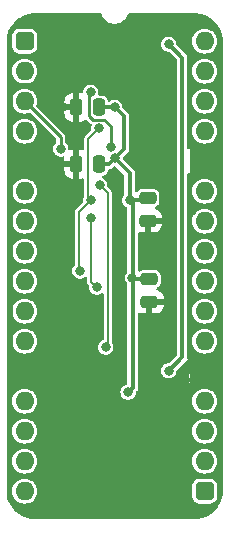
<source format=gbl>
%TF.GenerationSoftware,KiCad,Pcbnew,8.0.2*%
%TF.CreationDate,2024-06-07T09:13:13+02:00*%
%TF.ProjectId,HCP65 Main Memory Data,48435036-3520-44d6-9169-6e204d656d6f,V0*%
%TF.SameCoordinates,PX54c81a0PY37b6b20*%
%TF.FileFunction,Copper,L2,Bot*%
%TF.FilePolarity,Positive*%
%FSLAX46Y46*%
G04 Gerber Fmt 4.6, Leading zero omitted, Abs format (unit mm)*
G04 Created by KiCad (PCBNEW 8.0.2) date 2024-06-07 09:13:13*
%MOMM*%
%LPD*%
G01*
G04 APERTURE LIST*
G04 Aperture macros list*
%AMRoundRect*
0 Rectangle with rounded corners*
0 $1 Rounding radius*
0 $2 $3 $4 $5 $6 $7 $8 $9 X,Y pos of 4 corners*
0 Add a 4 corners polygon primitive as box body*
4,1,4,$2,$3,$4,$5,$6,$7,$8,$9,$2,$3,0*
0 Add four circle primitives for the rounded corners*
1,1,$1+$1,$2,$3*
1,1,$1+$1,$4,$5*
1,1,$1+$1,$6,$7*
1,1,$1+$1,$8,$9*
0 Add four rect primitives between the rounded corners*
20,1,$1+$1,$2,$3,$4,$5,0*
20,1,$1+$1,$4,$5,$6,$7,0*
20,1,$1+$1,$6,$7,$8,$9,0*
20,1,$1+$1,$8,$9,$2,$3,0*%
G04 Aperture macros list end*
%TA.AperFunction,ComponentPad*%
%ADD10RoundRect,0.400000X-0.400000X-0.400000X0.400000X-0.400000X0.400000X0.400000X-0.400000X0.400000X0*%
%TD*%
%TA.AperFunction,ComponentPad*%
%ADD11O,1.600000X1.600000*%
%TD*%
%TA.AperFunction,ComponentPad*%
%ADD12R,1.600000X1.600000*%
%TD*%
%TA.AperFunction,SMDPad,CuDef*%
%ADD13RoundRect,0.250000X0.250000X0.475000X-0.250000X0.475000X-0.250000X-0.475000X0.250000X-0.475000X0*%
%TD*%
%TA.AperFunction,SMDPad,CuDef*%
%ADD14RoundRect,0.250000X-0.475000X0.250000X-0.475000X-0.250000X0.475000X-0.250000X0.475000X0.250000X0*%
%TD*%
%TA.AperFunction,ViaPad*%
%ADD15C,0.800000*%
%TD*%
%TA.AperFunction,Conductor*%
%ADD16C,0.380000*%
%TD*%
%TA.AperFunction,Conductor*%
%ADD17C,0.250000*%
%TD*%
%TA.AperFunction,Conductor*%
%ADD18C,0.200000*%
%TD*%
G04 APERTURE END LIST*
D10*
%TO.P,J5,1,Pin_1*%
%TO.N,5V*%
X0Y0D03*
D11*
%TO.P,J5,2,Pin_2*%
%TO.N,~{Main Access Slot}*%
X0Y-2540000D03*
%TO.P,J5,3,Pin_3*%
%TO.N,~{Main}*%
X0Y-5080000D03*
%TO.P,J5,4,Pin_4*%
%TO.N,~{RD}*%
X0Y-7620000D03*
D12*
%TO.P,J5,5,Pin_5*%
%TO.N,GND*%
X0Y-10160000D03*
D11*
%TO.P,J5,6,Pin_6*%
%TO.N,~{WD}*%
X0Y-12700000D03*
%TO.P,J5,7,Pin_7*%
%TO.N,D7*%
X0Y-15240000D03*
%TO.P,J5,8,Pin_8*%
%TO.N,D6*%
X0Y-17780000D03*
%TO.P,J5,9,Pin_9*%
%TO.N,D5*%
X0Y-20320000D03*
%TO.P,J5,10,Pin_10*%
%TO.N,D4*%
X0Y-22860000D03*
%TO.P,J5,11,Pin_11*%
%TO.N,D3*%
X0Y-25400000D03*
D12*
%TO.P,J5,12,Pin_12*%
%TO.N,GND*%
X0Y-27940000D03*
D11*
%TO.P,J5,13,Pin_13*%
%TO.N,D2*%
X0Y-30480000D03*
%TO.P,J5,14,Pin_14*%
%TO.N,D1*%
X0Y-33020000D03*
%TO.P,J5,15,Pin_15*%
%TO.N,D0*%
X0Y-35560000D03*
%TO.P,J5,16,Pin_16*%
%TO.N,unconnected-(J5-Pin_16-Pad16)*%
X0Y-38100000D03*
D10*
%TO.P,J5,17,Pin_17*%
%TO.N,5V*%
X15240000Y-38100000D03*
D11*
%TO.P,J5,18,Pin_18*%
%TO.N,MD0*%
X15240000Y-35560000D03*
%TO.P,J5,19,Pin_19*%
%TO.N,MD1*%
X15240000Y-33020000D03*
%TO.P,J5,20,Pin_20*%
%TO.N,MD2*%
X15240000Y-30480000D03*
D12*
%TO.P,J5,21,Pin_21*%
%TO.N,GND*%
X15240000Y-27940000D03*
D11*
%TO.P,J5,22,Pin_22*%
%TO.N,MD3*%
X15240000Y-25400000D03*
%TO.P,J5,23,Pin_23*%
%TO.N,MD4*%
X15240000Y-22860000D03*
%TO.P,J5,24,Pin_24*%
%TO.N,MD5*%
X15240000Y-20320000D03*
%TO.P,J5,25,Pin_25*%
%TO.N,MD6*%
X15240000Y-17780000D03*
%TO.P,J5,26,Pin_26*%
%TO.N,MD7*%
X15240000Y-15240000D03*
%TO.P,J5,27,Pin_27*%
%TO.N,unconnected-(J5-Pin_27-Pad27)*%
X15240000Y-12700000D03*
D12*
%TO.P,J5,28,Pin_28*%
%TO.N,GND*%
X15240000Y-10160000D03*
D11*
%TO.P,J5,29,Pin_29*%
%TO.N,unconnected-(J5-Pin_29-Pad29)*%
X15240000Y-7620000D03*
%TO.P,J5,30,Pin_30*%
%TO.N,unconnected-(J5-Pin_30-Pad30)*%
X15240000Y-5080000D03*
%TO.P,J5,31,Pin_31*%
%TO.N,unconnected-(J5-Pin_31-Pad31)*%
X15240000Y-2540000D03*
%TO.P,J5,32,Pin_32*%
%TO.N,unconnected-(J5-Pin_32-Pad32)*%
X15240000Y0D03*
%TD*%
D13*
%TO.P,C2,1*%
%TO.N,/3.3V*%
X6268000Y-10414000D03*
%TO.P,C2,2*%
%TO.N,GND*%
X4368000Y-10414000D03*
%TD*%
D14*
%TO.P,C3,1*%
%TO.N,/3.3V*%
X10541000Y-20148000D03*
%TO.P,C3,2*%
%TO.N,GND*%
X10541000Y-22048000D03*
%TD*%
%TO.P,C1,1*%
%TO.N,/3.3V*%
X10414000Y-13290000D03*
%TO.P,C1,2*%
%TO.N,GND*%
X10414000Y-15190000D03*
%TD*%
D13*
%TO.P,C4,1*%
%TO.N,/3.3V*%
X6268000Y-5588000D03*
%TO.P,C4,2*%
%TO.N,GND*%
X4368000Y-5588000D03*
%TD*%
D15*
%TO.N,5V*%
X12192000Y-254000D03*
X12192000Y-27912000D03*
%TO.N,GND*%
X10160000Y-18156502D03*
X7874000Y-21082000D03*
X7620000Y-27432000D03*
X3263257Y-5575547D03*
X2794000Y-17018000D03*
X7874003Y-14731997D03*
X10107877Y-32993802D03*
X4585100Y-33033100D03*
X3937000Y-36703000D03*
X10541000Y-28067000D03*
X3047988Y-10414000D03*
X14125000Y-14351000D03*
X11303000Y-37338000D03*
X7874000Y-18156502D03*
X10160000Y-9906000D03*
%TO.N,/3.3V*%
X9117532Y-20022615D03*
X8890000Y-13462000D03*
X7619984Y-5588000D03*
X8763000Y-29718000D03*
X7620015Y-9906015D03*
%TO.N,~{Main Access Slot}*%
X7300694Y-8958344D03*
X5588006Y-4318002D03*
%TO.N,~{Main}*%
X3048006Y-9116000D03*
%TO.N,/~{Read}*%
X6284424Y-7363000D03*
X4681998Y-19447996D03*
X5588000Y-13462000D03*
%TO.N,/~{Write}*%
X6350000Y-12192000D03*
X6858002Y-25908000D03*
%TO.N,/~{Read}_{4}*%
X6096000Y-20828000D03*
X5626293Y-14973703D03*
%TD*%
D16*
%TO.N,5V*%
X13335000Y-26769000D02*
X12192000Y-27912000D01*
X12192000Y-254000D02*
X13335000Y-1397000D01*
X13335000Y-1397000D02*
X13335000Y-26769000D01*
%TO.N,GND*%
X3937000Y-36703000D02*
X3937000Y-33681200D01*
X11176000Y-28702000D02*
X10541000Y-28067000D01*
X11303000Y-37338000D02*
X11303000Y-34188925D01*
X7874000Y-27178000D02*
X7620000Y-27432000D01*
X4544000Y-3738000D02*
X5262000Y-3020000D01*
X15240000Y-27940000D02*
X14478000Y-28702000D01*
X3047988Y-10414000D02*
X2159000Y-11302988D01*
X10541000Y-22048000D02*
X10541000Y-28067000D01*
X2159000Y-16383000D02*
X2794000Y-17018000D01*
X0Y-10160000D02*
X-1190000Y-11350000D01*
X-340915Y-3738000D02*
X4544000Y-3738000D01*
X0Y-27940000D02*
X1180000Y-27940000D01*
X13998000Y-27878000D02*
X13998000Y-14478000D01*
X5262000Y-3020000D02*
X8666244Y-3020000D01*
X2794000Y-26326000D02*
X2794000Y-17018000D01*
X0Y-27940000D02*
X7112000Y-27940000D01*
X11303000Y-34188925D02*
X10107877Y-32993802D01*
X2159000Y-11302988D02*
X2159000Y-16383000D01*
X3937000Y-33681200D02*
X4585100Y-33033100D01*
X-1190000Y-8970000D02*
X-1190000Y-4587085D01*
X-1190000Y-26750000D02*
X0Y-27940000D01*
X10414000Y-17902502D02*
X10160000Y-18156502D01*
X1180000Y-27940000D02*
X2794000Y-26326000D01*
X0Y-10160000D02*
X-1190000Y-8970000D01*
X7874000Y-18156502D02*
X7874000Y-21082000D01*
X7112000Y-27940000D02*
X7620000Y-27432000D01*
X4368000Y-10414000D02*
X3047988Y-10414000D01*
X14060000Y-27940000D02*
X13998000Y-27878000D01*
X7874003Y-14731997D02*
X7874003Y-18156499D01*
X-1190000Y-11350000D02*
X-1190000Y-26750000D01*
X10160000Y-4513756D02*
X10160000Y-9906000D01*
X3047988Y-10414000D02*
X254000Y-10414000D01*
X8666244Y-3020000D02*
X10160000Y-4513756D01*
X10414000Y-15190000D02*
X10414000Y-17902502D01*
X15240000Y-27940000D02*
X14060000Y-27940000D01*
X7874003Y-18156499D02*
X7874000Y-18156502D01*
X7874000Y-21082000D02*
X7874000Y-27178000D01*
X3263257Y-5575547D02*
X4355547Y-5575547D01*
X14478000Y-28702000D02*
X11176000Y-28702000D01*
X-1190000Y-4587085D02*
X-340915Y-3738000D01*
X13998000Y-14478000D02*
X14125000Y-14351000D01*
%TO.N,/3.3V*%
X10541000Y-20148000D02*
X9242917Y-20148000D01*
X6268000Y-5588000D02*
X7619984Y-5588000D01*
X8382000Y-9144030D02*
X8382000Y-6350016D01*
X10242000Y-13462000D02*
X8890000Y-13462000D01*
X9144000Y-20049083D02*
X9117532Y-20022615D01*
X9144000Y-19996147D02*
X9117532Y-20022615D01*
X6268000Y-10414000D02*
X7112030Y-10414000D01*
X7620015Y-9906015D02*
X8382000Y-9144030D01*
X8890000Y-13462000D02*
X8890000Y-11176000D01*
X8382000Y-6350016D02*
X7619984Y-5588000D01*
X8763000Y-29718000D02*
X9144000Y-29337000D01*
X9242917Y-20148000D02*
X9117532Y-20022615D01*
X7112030Y-10414000D02*
X7620015Y-9906015D01*
X9144000Y-13716000D02*
X9144000Y-19996147D01*
X8890000Y-11176000D02*
X7620015Y-9906015D01*
X9144000Y-29337000D02*
X9144000Y-20049083D01*
X8890000Y-13462000D02*
X9144000Y-13716000D01*
D17*
%TO.N,~{Main Access Slot}*%
X5779827Y-6638000D02*
X5443000Y-6301173D01*
X5443000Y-4463008D02*
X5588006Y-4318002D01*
X7300694Y-7182521D02*
X6756173Y-6638000D01*
X7300694Y-8958344D02*
X7300694Y-7182521D01*
X6756173Y-6638000D02*
X5779827Y-6638000D01*
X5443000Y-6301173D02*
X5443000Y-4463008D01*
%TO.N,~{Main}*%
X0Y-5080000D02*
X3048006Y-8128006D01*
X3048006Y-8128006D02*
X3048006Y-9116000D01*
D18*
%TO.N,/~{Read}*%
X4572000Y-14478000D02*
X4572000Y-19337998D01*
X5588000Y-13462000D02*
X5357521Y-13231521D01*
X4572000Y-19337998D02*
X4681998Y-19447996D01*
X5357521Y-13231521D02*
X5357521Y-8289903D01*
X5588000Y-13462000D02*
X4572000Y-14478000D01*
X5357521Y-8289903D02*
X6284424Y-7363000D01*
%TO.N,/~{Write}*%
X7050000Y-12892000D02*
X7050000Y-25716002D01*
X7050000Y-25716002D02*
X6858002Y-25908000D01*
X6350000Y-12192000D02*
X7050000Y-12892000D01*
%TO.N,/~{Read}_{4}*%
X5626293Y-14973703D02*
X5626293Y-20358293D01*
X5626293Y-20358293D02*
X6096000Y-20828000D01*
%TD*%
%TA.AperFunction,Conductor*%
%TO.N,GND*%
G36*
X13970000Y2363416D02*
G01*
X13970000Y-9136612D01*
X13942832Y-9156950D01*
X13873141Y-9161934D01*
X13811818Y-9128448D01*
X13778334Y-9067125D01*
X13775500Y-9040768D01*
X13775500Y-1339009D01*
X13775500Y-1339007D01*
X13745481Y-1226973D01*
X13687488Y-1126527D01*
X13605473Y-1044512D01*
X12882001Y-321040D01*
X12848516Y-259717D01*
X12846587Y-248315D01*
X12828237Y-97182D01*
X12772220Y50523D01*
X12682483Y180530D01*
X12564240Y285283D01*
X12564238Y285284D01*
X12564237Y285285D01*
X12424365Y358697D01*
X12270986Y396500D01*
X12270985Y396500D01*
X12113015Y396500D01*
X12113014Y396500D01*
X11959634Y358697D01*
X11819762Y285285D01*
X11701516Y180529D01*
X11611781Y50525D01*
X11611780Y50524D01*
X11555762Y-97181D01*
X11536722Y-253999D01*
X11536722Y-254000D01*
X11555762Y-410818D01*
X11590559Y-502569D01*
X11611780Y-558523D01*
X11701517Y-688530D01*
X11819760Y-793283D01*
X11819762Y-793284D01*
X11959634Y-866696D01*
X12113014Y-904500D01*
X12113015Y-904500D01*
X12168177Y-904500D01*
X12235216Y-924185D01*
X12255858Y-940819D01*
X12858181Y-1543142D01*
X12891666Y-1604465D01*
X12894500Y-1630823D01*
X12894500Y-26535177D01*
X12874815Y-26602216D01*
X12858181Y-26622858D01*
X12255858Y-27225181D01*
X12194535Y-27258666D01*
X12168177Y-27261500D01*
X12113014Y-27261500D01*
X11959634Y-27299303D01*
X11819762Y-27372715D01*
X11701516Y-27477471D01*
X11611781Y-27607475D01*
X11611780Y-27607476D01*
X11555762Y-27755181D01*
X11536722Y-27911999D01*
X11536722Y-27912000D01*
X11555762Y-28068818D01*
X11580101Y-28132993D01*
X11611780Y-28216523D01*
X11701517Y-28346530D01*
X11819760Y-28451283D01*
X11819762Y-28451284D01*
X11959634Y-28524696D01*
X12113014Y-28562500D01*
X12113015Y-28562500D01*
X12270985Y-28562500D01*
X12424365Y-28524696D01*
X12564240Y-28451283D01*
X12682483Y-28346530D01*
X12772220Y-28216523D01*
X12828237Y-28068818D01*
X12846587Y-27917690D01*
X12874207Y-27853515D01*
X12881990Y-27844969D01*
X13687488Y-27039473D01*
X13711340Y-26998159D01*
X13761905Y-26949946D01*
X13830512Y-26936722D01*
X13895377Y-26962690D01*
X13935906Y-27019604D01*
X13942016Y-27073413D01*
X13940000Y-27092164D01*
X13940000Y-27690000D01*
X13970000Y-27690000D01*
X13970000Y-28190000D01*
X13940000Y-28190000D01*
X13940000Y-28787844D01*
X13946401Y-28847372D01*
X13946403Y-28847379D01*
X13970000Y-28910646D01*
X13970000Y-40463232D01*
X1270000Y-40463232D01*
X1270000Y-28910643D01*
X1293596Y-28847379D01*
X1293598Y-28847372D01*
X1299999Y-28787844D01*
X1300000Y-28787827D01*
X1300000Y-28190000D01*
X1270000Y-28190000D01*
X1270000Y-27690000D01*
X1300000Y-27690000D01*
X1300000Y-27092172D01*
X1299999Y-27092155D01*
X1293598Y-27032627D01*
X1293596Y-27032620D01*
X1270000Y-26969355D01*
X1270000Y-19447995D01*
X4026720Y-19447995D01*
X4026720Y-19447996D01*
X4045760Y-19604814D01*
X4094584Y-19733550D01*
X4101778Y-19752519D01*
X4191515Y-19882526D01*
X4309758Y-19987279D01*
X4309760Y-19987280D01*
X4449632Y-20060692D01*
X4603012Y-20098496D01*
X4603013Y-20098496D01*
X4760983Y-20098496D01*
X4914363Y-20060692D01*
X5054236Y-19987280D01*
X5054235Y-19987280D01*
X5054238Y-19987279D01*
X5069566Y-19973700D01*
X5132799Y-19943978D01*
X5202062Y-19953162D01*
X5255366Y-19998334D01*
X5275786Y-20065153D01*
X5275793Y-20066515D01*
X5275793Y-20404437D01*
X5291516Y-20463116D01*
X5291516Y-20463117D01*
X5299677Y-20493577D01*
X5299678Y-20493579D01*
X5345820Y-20573501D01*
X5345824Y-20573506D01*
X5415309Y-20642991D01*
X5448794Y-20704314D01*
X5450724Y-20745617D01*
X5440722Y-20827999D01*
X5440722Y-20828000D01*
X5459762Y-20984818D01*
X5508619Y-21113641D01*
X5515780Y-21132523D01*
X5605517Y-21262530D01*
X5723760Y-21367283D01*
X5723762Y-21367284D01*
X5863634Y-21440696D01*
X6017014Y-21478500D01*
X6017015Y-21478500D01*
X6174985Y-21478500D01*
X6328365Y-21440696D01*
X6468238Y-21367284D01*
X6468237Y-21367284D01*
X6468240Y-21367283D01*
X6493273Y-21345106D01*
X6556506Y-21315384D01*
X6625769Y-21324567D01*
X6679073Y-21369740D01*
X6699493Y-21436559D01*
X6699500Y-21437921D01*
X6699500Y-25181700D01*
X6679815Y-25248739D01*
X6631596Y-25290520D01*
X6632278Y-25291818D01*
X6485764Y-25368715D01*
X6367518Y-25473471D01*
X6277783Y-25603475D01*
X6277782Y-25603476D01*
X6221764Y-25751181D01*
X6202724Y-25907999D01*
X6202724Y-25908000D01*
X6221764Y-26064818D01*
X6277782Y-26212523D01*
X6367519Y-26342530D01*
X6485762Y-26447283D01*
X6485764Y-26447284D01*
X6625636Y-26520696D01*
X6779016Y-26558500D01*
X6779017Y-26558500D01*
X6936987Y-26558500D01*
X7090367Y-26520696D01*
X7230242Y-26447283D01*
X7348485Y-26342530D01*
X7438222Y-26212523D01*
X7494239Y-26064818D01*
X7513280Y-25908000D01*
X7494239Y-25751182D01*
X7438222Y-25603477D01*
X7422450Y-25580627D01*
X7400567Y-25514272D01*
X7400500Y-25510187D01*
X7400500Y-12845858D01*
X7400500Y-12845856D01*
X7376614Y-12756712D01*
X7361932Y-12731283D01*
X7343872Y-12700001D01*
X7343870Y-12699999D01*
X7330469Y-12676787D01*
X7030689Y-12377007D01*
X6997204Y-12315684D01*
X6995274Y-12274384D01*
X7005278Y-12192000D01*
X6986237Y-12035182D01*
X6930220Y-11887477D01*
X6840483Y-11757470D01*
X6722240Y-11652717D01*
X6722237Y-11652714D01*
X6627492Y-11602988D01*
X6577279Y-11554403D01*
X6561305Y-11486384D01*
X6584641Y-11420526D01*
X6639877Y-11377740D01*
X6641745Y-11377025D01*
X6760331Y-11332796D01*
X6875546Y-11246546D01*
X6961796Y-11131331D01*
X7012091Y-10996483D01*
X7015450Y-10965244D01*
X7042188Y-10900693D01*
X7099581Y-10860845D01*
X7138739Y-10854500D01*
X7170021Y-10854500D01*
X7170023Y-10854500D01*
X7282057Y-10824481D01*
X7382503Y-10766488D01*
X7532334Y-10616657D01*
X7593657Y-10583172D01*
X7663349Y-10588156D01*
X7707696Y-10616657D01*
X8413181Y-11322142D01*
X8446666Y-11383465D01*
X8449500Y-11409823D01*
X8449500Y-12927381D01*
X8429815Y-12994420D01*
X8407727Y-13020196D01*
X8399518Y-13027468D01*
X8309781Y-13157475D01*
X8309780Y-13157476D01*
X8253762Y-13305181D01*
X8234722Y-13461999D01*
X8234722Y-13462000D01*
X8253762Y-13618818D01*
X8305631Y-13755583D01*
X8309780Y-13766523D01*
X8399517Y-13896530D01*
X8517760Y-14001283D01*
X8637128Y-14063933D01*
X8687338Y-14112515D01*
X8703500Y-14173727D01*
X8703500Y-19464547D01*
X8683815Y-19531586D01*
X8661728Y-19557362D01*
X8627048Y-19588085D01*
X8537313Y-19718090D01*
X8537312Y-19718091D01*
X8481294Y-19865796D01*
X8462254Y-20022614D01*
X8462254Y-20022615D01*
X8481294Y-20179433D01*
X8522741Y-20288717D01*
X8537312Y-20327138D01*
X8627049Y-20457145D01*
X8661725Y-20487865D01*
X8698853Y-20547053D01*
X8703500Y-20580681D01*
X8703500Y-28965549D01*
X8683815Y-29032588D01*
X8631011Y-29078343D01*
X8609175Y-29085946D01*
X8530633Y-29105304D01*
X8390762Y-29178715D01*
X8272516Y-29283471D01*
X8182781Y-29413475D01*
X8182780Y-29413476D01*
X8126762Y-29561181D01*
X8107722Y-29717999D01*
X8107722Y-29718000D01*
X8126762Y-29874818D01*
X8182780Y-30022523D01*
X8272517Y-30152530D01*
X8390760Y-30257283D01*
X8390762Y-30257284D01*
X8530634Y-30330696D01*
X8684014Y-30368500D01*
X8684015Y-30368500D01*
X8841985Y-30368500D01*
X8995365Y-30330696D01*
X9135240Y-30257283D01*
X9253483Y-30152530D01*
X9343220Y-30022523D01*
X9399237Y-29874818D01*
X9417586Y-29723691D01*
X9445207Y-29659516D01*
X9452993Y-29650967D01*
X9496488Y-29607474D01*
X9554481Y-29507027D01*
X9584500Y-29394994D01*
X9584500Y-29279007D01*
X9584500Y-23100270D01*
X9604185Y-23033231D01*
X9656989Y-22987476D01*
X9726147Y-22977532D01*
X9747504Y-22982564D01*
X9913302Y-23037505D01*
X9913309Y-23037506D01*
X10016019Y-23047999D01*
X10290999Y-23047999D01*
X10791000Y-23047999D01*
X11065972Y-23047999D01*
X11065986Y-23047998D01*
X11168697Y-23037505D01*
X11335119Y-22982358D01*
X11335124Y-22982356D01*
X11484345Y-22890315D01*
X11608315Y-22766345D01*
X11700356Y-22617124D01*
X11700358Y-22617119D01*
X11755505Y-22450697D01*
X11755506Y-22450690D01*
X11765999Y-22347986D01*
X11766000Y-22347973D01*
X11766000Y-22298000D01*
X10791000Y-22298000D01*
X10791000Y-23047999D01*
X10290999Y-23047999D01*
X10291000Y-23047998D01*
X10291000Y-21922000D01*
X10310685Y-21854961D01*
X10363489Y-21809206D01*
X10415000Y-21798000D01*
X11765999Y-21798000D01*
X11765999Y-21748028D01*
X11765998Y-21748013D01*
X11755505Y-21645302D01*
X11700358Y-21478880D01*
X11700356Y-21478875D01*
X11608315Y-21329654D01*
X11484345Y-21205684D01*
X11335124Y-21113643D01*
X11335119Y-21113641D01*
X11242859Y-21083069D01*
X11185414Y-21043296D01*
X11158591Y-20978780D01*
X11170906Y-20910004D01*
X11218449Y-20858804D01*
X11238533Y-20849180D01*
X11258328Y-20841797D01*
X11258327Y-20841797D01*
X11258331Y-20841796D01*
X11373546Y-20755546D01*
X11459796Y-20640331D01*
X11510091Y-20505483D01*
X11516500Y-20445873D01*
X11516499Y-19850128D01*
X11510091Y-19790517D01*
X11483078Y-19718092D01*
X11459797Y-19655671D01*
X11459793Y-19655664D01*
X11373547Y-19540455D01*
X11373544Y-19540452D01*
X11258335Y-19454206D01*
X11258328Y-19454202D01*
X11123482Y-19403908D01*
X11123483Y-19403908D01*
X11063883Y-19397501D01*
X11063881Y-19397500D01*
X11063873Y-19397500D01*
X11063864Y-19397500D01*
X10018129Y-19397500D01*
X10018123Y-19397501D01*
X9958516Y-19403908D01*
X9823671Y-19454202D01*
X9823668Y-19454204D01*
X9782811Y-19484790D01*
X9717346Y-19509207D01*
X9649073Y-19494355D01*
X9599668Y-19444950D01*
X9584500Y-19385523D01*
X9584500Y-16284354D01*
X9604185Y-16217315D01*
X9656989Y-16171560D01*
X9726147Y-16161616D01*
X9747505Y-16166648D01*
X9786305Y-16179505D01*
X9786309Y-16179506D01*
X9889019Y-16189999D01*
X10163999Y-16189999D01*
X10664000Y-16189999D01*
X10938972Y-16189999D01*
X10938986Y-16189998D01*
X11041697Y-16179505D01*
X11208119Y-16124358D01*
X11208124Y-16124356D01*
X11357345Y-16032315D01*
X11481315Y-15908345D01*
X11573356Y-15759124D01*
X11573358Y-15759119D01*
X11628505Y-15592697D01*
X11628506Y-15592690D01*
X11638999Y-15489986D01*
X11639000Y-15489973D01*
X11639000Y-15440000D01*
X10664000Y-15440000D01*
X10664000Y-16189999D01*
X10163999Y-16189999D01*
X10164000Y-16189998D01*
X10164000Y-15064000D01*
X10183685Y-14996961D01*
X10236489Y-14951206D01*
X10288000Y-14940000D01*
X11638999Y-14940000D01*
X11638999Y-14890028D01*
X11638998Y-14890013D01*
X11628505Y-14787302D01*
X11573358Y-14620880D01*
X11573356Y-14620875D01*
X11481315Y-14471654D01*
X11357345Y-14347684D01*
X11208124Y-14255643D01*
X11208119Y-14255641D01*
X11115859Y-14225069D01*
X11058414Y-14185296D01*
X11031591Y-14120780D01*
X11043906Y-14052004D01*
X11091449Y-14000804D01*
X11111533Y-13991180D01*
X11131328Y-13983797D01*
X11131327Y-13983797D01*
X11131331Y-13983796D01*
X11246546Y-13897546D01*
X11332796Y-13782331D01*
X11383091Y-13647483D01*
X11389500Y-13587873D01*
X11389499Y-12992128D01*
X11383091Y-12932517D01*
X11381175Y-12927381D01*
X11332797Y-12797671D01*
X11332793Y-12797664D01*
X11246547Y-12682455D01*
X11246544Y-12682452D01*
X11131335Y-12596206D01*
X11131328Y-12596202D01*
X10996482Y-12545908D01*
X10996483Y-12545908D01*
X10936883Y-12539501D01*
X10936881Y-12539500D01*
X10936873Y-12539500D01*
X10936864Y-12539500D01*
X9891129Y-12539500D01*
X9891123Y-12539501D01*
X9831516Y-12545908D01*
X9696671Y-12596202D01*
X9696664Y-12596206D01*
X9581455Y-12682452D01*
X9553766Y-12719440D01*
X9497832Y-12761310D01*
X9428140Y-12766294D01*
X9366817Y-12732808D01*
X9333333Y-12671484D01*
X9330500Y-12645128D01*
X9330500Y-11118009D01*
X9330500Y-11118007D01*
X9300481Y-11005973D01*
X9242488Y-10905527D01*
X9160473Y-10823512D01*
X8330656Y-9993695D01*
X8297171Y-9932372D01*
X8302155Y-9862680D01*
X8330652Y-9818337D01*
X8734488Y-9414503D01*
X8737755Y-9408844D01*
X8792481Y-9314057D01*
X8822500Y-9202023D01*
X8822500Y-6292023D01*
X8814589Y-6262500D01*
X8792481Y-6179989D01*
X8734488Y-6079542D01*
X8309984Y-5655039D01*
X8276500Y-5593717D01*
X8274571Y-5582315D01*
X8256221Y-5431182D01*
X8200204Y-5283477D01*
X8110467Y-5153470D01*
X7992224Y-5048717D01*
X7992222Y-5048716D01*
X7992221Y-5048715D01*
X7852349Y-4975303D01*
X7698970Y-4937500D01*
X7698969Y-4937500D01*
X7540999Y-4937500D01*
X7540998Y-4937500D01*
X7387618Y-4975303D01*
X7247746Y-5048714D01*
X7216540Y-5076361D01*
X7153306Y-5106081D01*
X7084043Y-5096897D01*
X7030740Y-5051724D01*
X7013638Y-5012060D01*
X7012092Y-5005521D01*
X6995229Y-4960309D01*
X6961796Y-4870669D01*
X6961795Y-4870668D01*
X6961793Y-4870664D01*
X6875547Y-4755455D01*
X6875544Y-4755452D01*
X6760335Y-4669206D01*
X6760328Y-4669202D01*
X6625482Y-4618908D01*
X6625483Y-4618908D01*
X6565883Y-4612501D01*
X6565881Y-4612500D01*
X6565873Y-4612500D01*
X6565865Y-4612500D01*
X6347493Y-4612500D01*
X6280454Y-4592815D01*
X6234699Y-4540011D01*
X6224397Y-4473554D01*
X6243284Y-4318002D01*
X6243284Y-4318001D01*
X6224243Y-4161183D01*
X6202847Y-4104768D01*
X6168226Y-4013479D01*
X6078489Y-3883472D01*
X5960246Y-3778719D01*
X5960244Y-3778718D01*
X5960243Y-3778717D01*
X5820371Y-3705305D01*
X5666992Y-3667502D01*
X5666991Y-3667502D01*
X5509021Y-3667502D01*
X5509020Y-3667502D01*
X5355640Y-3705305D01*
X5215768Y-3778717D01*
X5097522Y-3883473D01*
X5007787Y-4013477D01*
X5007786Y-4013478D01*
X4951769Y-4161182D01*
X4938247Y-4272541D01*
X4910625Y-4336719D01*
X4852690Y-4375775D01*
X4782837Y-4377310D01*
X4776153Y-4375302D01*
X4770700Y-4373495D01*
X4770690Y-4373493D01*
X4667986Y-4363000D01*
X4618000Y-4363000D01*
X4618000Y-6812999D01*
X4667972Y-6812999D01*
X4667986Y-6812998D01*
X4770697Y-6802505D01*
X4937119Y-6747358D01*
X4937124Y-6747356D01*
X5086344Y-6655316D01*
X5088532Y-6653128D01*
X5090411Y-6652101D01*
X5092012Y-6650836D01*
X5092227Y-6651109D01*
X5149850Y-6619634D01*
X5219543Y-6624609D01*
X5263906Y-6653116D01*
X5479352Y-6868562D01*
X5549265Y-6938475D01*
X5622365Y-6980679D01*
X5670580Y-7031247D01*
X5683802Y-7099854D01*
X5676306Y-7132037D01*
X5648187Y-7206181D01*
X5629146Y-7363000D01*
X5639148Y-7445381D01*
X5627687Y-7514304D01*
X5603733Y-7548007D01*
X5077052Y-8074689D01*
X5077048Y-8074694D01*
X5030908Y-8154612D01*
X5030907Y-8154615D01*
X5007021Y-8243759D01*
X5007021Y-9106084D01*
X4987336Y-9173123D01*
X4934532Y-9218878D01*
X4865374Y-9228822D01*
X4844018Y-9223790D01*
X4770700Y-9199495D01*
X4770690Y-9199493D01*
X4667986Y-9189000D01*
X4618000Y-9189000D01*
X4618000Y-11638999D01*
X4667972Y-11638999D01*
X4667986Y-11638998D01*
X4770699Y-11628505D01*
X4844016Y-11604210D01*
X4913844Y-11601807D01*
X4973886Y-11637538D01*
X5005079Y-11700058D01*
X5007021Y-11721915D01*
X5007021Y-13136754D01*
X4998963Y-13180725D01*
X4951763Y-13305181D01*
X4932722Y-13462000D01*
X4942724Y-13544381D01*
X4931263Y-13613304D01*
X4907309Y-13647007D01*
X4291531Y-14262786D01*
X4291527Y-14262791D01*
X4245387Y-14342709D01*
X4245386Y-14342712D01*
X4221500Y-14431856D01*
X4221500Y-18932593D01*
X4201815Y-18999632D01*
X4193313Y-19010861D01*
X4101778Y-19143471D01*
X4101778Y-19143472D01*
X4045760Y-19291177D01*
X4026720Y-19447995D01*
X1270000Y-19447995D01*
X1270000Y-11130643D01*
X1293596Y-11067379D01*
X1293598Y-11067372D01*
X1299999Y-11007844D01*
X1300000Y-11007827D01*
X1300000Y-10938986D01*
X3368001Y-10938986D01*
X3378494Y-11041697D01*
X3433641Y-11208119D01*
X3433643Y-11208124D01*
X3525684Y-11357345D01*
X3649654Y-11481315D01*
X3798875Y-11573356D01*
X3798880Y-11573358D01*
X3965302Y-11628505D01*
X3965309Y-11628506D01*
X4068019Y-11638999D01*
X4117999Y-11638998D01*
X4118000Y-11638998D01*
X4118000Y-10664000D01*
X3368001Y-10664000D01*
X3368001Y-10938986D01*
X1300000Y-10938986D01*
X1300000Y-10410000D01*
X1270000Y-10410000D01*
X1270000Y-9910000D01*
X1300000Y-9910000D01*
X1300000Y-9312172D01*
X1299999Y-9312155D01*
X1293598Y-9252627D01*
X1293596Y-9252620D01*
X1270000Y-9189355D01*
X1270000Y-6881037D01*
X2636187Y-8247224D01*
X2669672Y-8308547D01*
X2672506Y-8334905D01*
X2672506Y-8523796D01*
X2652821Y-8590835D01*
X2630733Y-8616611D01*
X2557524Y-8681468D01*
X2467787Y-8811475D01*
X2467786Y-8811476D01*
X2411768Y-8959181D01*
X2392728Y-9115999D01*
X2392728Y-9116000D01*
X2411768Y-9272818D01*
X2447941Y-9368197D01*
X2467786Y-9420523D01*
X2557523Y-9550530D01*
X2675766Y-9655283D01*
X2675768Y-9655284D01*
X2815640Y-9728696D01*
X2969020Y-9766500D01*
X2969021Y-9766500D01*
X3126989Y-9766500D01*
X3126991Y-9766500D01*
X3216144Y-9744526D01*
X3285943Y-9747595D01*
X3343005Y-9787915D01*
X3369210Y-9852684D01*
X3369174Y-9877523D01*
X3368001Y-9889006D01*
X3368000Y-9889026D01*
X3368000Y-10164000D01*
X4118000Y-10164000D01*
X4118000Y-9189000D01*
X4117999Y-9188999D01*
X4068029Y-9189000D01*
X4068011Y-9189001D01*
X3965302Y-9199494D01*
X3866288Y-9232304D01*
X3796459Y-9234706D01*
X3736417Y-9198974D01*
X3705225Y-9136453D01*
X3703747Y-9119817D01*
X3703283Y-9115999D01*
X3684243Y-8959182D01*
X3683925Y-8958344D01*
X3662998Y-8903164D01*
X3628226Y-8811477D01*
X3538489Y-8681470D01*
X3531844Y-8675583D01*
X3465279Y-8616611D01*
X3428152Y-8557422D01*
X3423506Y-8523796D01*
X3423506Y-8078574D01*
X3423506Y-8078571D01*
X3422466Y-8074691D01*
X3406482Y-8015039D01*
X3397916Y-7983068D01*
X3393660Y-7975696D01*
X3348481Y-7897444D01*
X3278568Y-7827531D01*
X1564023Y-6112986D01*
X3368001Y-6112986D01*
X3378494Y-6215697D01*
X3433641Y-6382119D01*
X3433643Y-6382124D01*
X3525684Y-6531345D01*
X3649654Y-6655315D01*
X3798875Y-6747356D01*
X3798880Y-6747358D01*
X3965302Y-6802505D01*
X3965309Y-6802506D01*
X4068019Y-6812999D01*
X4117999Y-6812998D01*
X4118000Y-6812998D01*
X4118000Y-5838000D01*
X3368001Y-5838000D01*
X3368001Y-6112986D01*
X1564023Y-6112986D01*
X1270000Y-5818963D01*
X1270000Y-5063013D01*
X3368000Y-5063013D01*
X3368000Y-5338000D01*
X4118000Y-5338000D01*
X4118000Y-4363000D01*
X4117999Y-4362999D01*
X4068029Y-4363000D01*
X4068011Y-4363001D01*
X3965302Y-4373494D01*
X3798880Y-4428641D01*
X3798875Y-4428643D01*
X3649654Y-4520684D01*
X3525684Y-4644654D01*
X3433643Y-4793875D01*
X3433641Y-4793880D01*
X3378494Y-4960302D01*
X3378493Y-4960309D01*
X3368000Y-5063013D01*
X1270000Y-5063013D01*
X1270000Y2363415D01*
X6411717Y2365568D01*
X6478762Y2345912D01*
X6524539Y2293127D01*
X6528288Y2283979D01*
X6583316Y2132790D01*
X6583319Y2132783D01*
X6633163Y2046450D01*
X6663613Y1993709D01*
X6683008Y1960117D01*
X6683012Y1960110D01*
X6695764Y1944913D01*
X6811174Y1807374D01*
X6963913Y1679210D01*
X7136587Y1579517D01*
X7323949Y1511323D01*
X7520307Y1476700D01*
X7520309Y1476700D01*
X7719691Y1476700D01*
X7719693Y1476700D01*
X7916051Y1511323D01*
X8103413Y1579517D01*
X8276087Y1679210D01*
X8428826Y1807374D01*
X8556990Y1960113D01*
X8656683Y2132787D01*
X8711712Y2283981D01*
X8753137Y2340242D01*
X8818405Y2365178D01*
X8828261Y2365568D01*
X13970000Y2363416D01*
G37*
%TD.AperFunction*%
%TA.AperFunction,Conductor*%
G36*
X13970000Y-11180630D02*
G01*
X13970000Y-26916612D01*
X13942832Y-26936950D01*
X13873141Y-26941934D01*
X13811818Y-26908448D01*
X13778334Y-26847125D01*
X13775500Y-26820768D01*
X13775500Y-11279231D01*
X13795185Y-11212192D01*
X13847989Y-11166437D01*
X13917147Y-11156493D01*
X13970000Y-11180630D01*
G37*
%TD.AperFunction*%
%TD*%
%TA.AperFunction,Conductor*%
%TO.N,GND*%
G36*
X14348938Y2363257D02*
G01*
X14349201Y2363233D01*
X14360100Y2363233D01*
X14400525Y2363233D01*
X14408010Y2363007D01*
X14681647Y2346459D01*
X14696505Y2344655D01*
X14962460Y2295920D01*
X14976981Y2292341D01*
X15235136Y2211899D01*
X15249133Y2206590D01*
X15495692Y2095627D01*
X15508951Y2088668D01*
X15740336Y1948793D01*
X15752659Y1940287D01*
X15965490Y1773547D01*
X15976699Y1763618D01*
X16167894Y1572426D01*
X16177823Y1561218D01*
X16344568Y1348386D01*
X16353075Y1336062D01*
X16492955Y1104674D01*
X16499913Y1091416D01*
X16610881Y844860D01*
X16616191Y830858D01*
X16696627Y572730D01*
X16700211Y558192D01*
X16748949Y292238D01*
X16750754Y277373D01*
X16767273Y4301D01*
X16767499Y-3186D01*
X16767500Y-38055830D01*
X16767500Y-38096249D01*
X16767274Y-38103737D01*
X16750721Y-38377369D01*
X16748916Y-38392232D01*
X16700180Y-38658178D01*
X16696596Y-38672718D01*
X16616158Y-38930851D01*
X16610848Y-38944852D01*
X16499885Y-39191399D01*
X16492927Y-39204657D01*
X16353050Y-39436039D01*
X16344543Y-39448363D01*
X16177799Y-39661194D01*
X16167870Y-39672402D01*
X15976682Y-39863588D01*
X15965474Y-39873517D01*
X15752637Y-40040262D01*
X15740313Y-40048768D01*
X15508937Y-40188637D01*
X15495678Y-40195596D01*
X15249125Y-40306557D01*
X15235124Y-40311867D01*
X14976982Y-40392305D01*
X14962443Y-40395888D01*
X14696505Y-40444620D01*
X14681641Y-40446425D01*
X14433129Y-40461454D01*
X14407477Y-40463006D01*
X14399994Y-40463232D01*
X13970000Y-40463232D01*
X13970000Y-37634298D01*
X14189500Y-37634298D01*
X14189500Y-38565701D01*
X14192401Y-38602567D01*
X14192402Y-38602573D01*
X14238254Y-38760393D01*
X14238255Y-38760396D01*
X14321917Y-38901862D01*
X14321923Y-38901870D01*
X14438129Y-39018076D01*
X14438133Y-39018079D01*
X14438135Y-39018081D01*
X14579602Y-39101744D01*
X14621224Y-39113836D01*
X14737426Y-39147597D01*
X14737429Y-39147597D01*
X14737431Y-39147598D01*
X14774306Y-39150500D01*
X14774314Y-39150500D01*
X15705686Y-39150500D01*
X15705694Y-39150500D01*
X15742569Y-39147598D01*
X15742571Y-39147597D01*
X15742573Y-39147597D01*
X15784191Y-39135505D01*
X15900398Y-39101744D01*
X16041865Y-39018081D01*
X16158081Y-38901865D01*
X16241744Y-38760398D01*
X16287598Y-38602569D01*
X16290500Y-38565694D01*
X16290500Y-37634306D01*
X16287598Y-37597431D01*
X16241744Y-37439602D01*
X16158081Y-37298135D01*
X16158079Y-37298133D01*
X16158076Y-37298129D01*
X16041870Y-37181923D01*
X16041862Y-37181917D01*
X15900396Y-37098255D01*
X15900393Y-37098254D01*
X15742573Y-37052402D01*
X15742567Y-37052401D01*
X15705701Y-37049500D01*
X15705694Y-37049500D01*
X14774306Y-37049500D01*
X14774298Y-37049500D01*
X14737432Y-37052401D01*
X14737426Y-37052402D01*
X14579606Y-37098254D01*
X14579603Y-37098255D01*
X14438137Y-37181917D01*
X14438129Y-37181923D01*
X14321923Y-37298129D01*
X14321917Y-37298137D01*
X14238255Y-37439603D01*
X14238254Y-37439606D01*
X14192402Y-37597426D01*
X14192401Y-37597432D01*
X14189500Y-37634298D01*
X13970000Y-37634298D01*
X13970000Y-35560000D01*
X14184417Y-35560000D01*
X14204699Y-35765932D01*
X14204700Y-35765934D01*
X14264768Y-35963954D01*
X14362315Y-36146450D01*
X14362317Y-36146452D01*
X14493589Y-36306410D01*
X14590209Y-36385702D01*
X14653550Y-36437685D01*
X14836046Y-36535232D01*
X15034066Y-36595300D01*
X15034065Y-36595300D01*
X15052529Y-36597118D01*
X15240000Y-36615583D01*
X15445934Y-36595300D01*
X15643954Y-36535232D01*
X15826450Y-36437685D01*
X15986410Y-36306410D01*
X16117685Y-36146450D01*
X16215232Y-35963954D01*
X16275300Y-35765934D01*
X16295583Y-35560000D01*
X16275300Y-35354066D01*
X16215232Y-35156046D01*
X16117685Y-34973550D01*
X16065702Y-34910209D01*
X15986410Y-34813589D01*
X15826452Y-34682317D01*
X15826453Y-34682317D01*
X15826450Y-34682315D01*
X15643954Y-34584768D01*
X15445934Y-34524700D01*
X15445932Y-34524699D01*
X15445934Y-34524699D01*
X15240000Y-34504417D01*
X15034067Y-34524699D01*
X14836043Y-34584769D01*
X14725898Y-34643643D01*
X14653550Y-34682315D01*
X14653548Y-34682316D01*
X14653547Y-34682317D01*
X14493589Y-34813589D01*
X14362317Y-34973547D01*
X14264769Y-35156043D01*
X14204699Y-35354067D01*
X14184417Y-35560000D01*
X13970000Y-35560000D01*
X13970000Y-33020000D01*
X14184417Y-33020000D01*
X14204699Y-33225932D01*
X14204700Y-33225934D01*
X14264768Y-33423954D01*
X14362315Y-33606450D01*
X14362317Y-33606452D01*
X14493589Y-33766410D01*
X14590209Y-33845702D01*
X14653550Y-33897685D01*
X14836046Y-33995232D01*
X15034066Y-34055300D01*
X15034065Y-34055300D01*
X15052529Y-34057118D01*
X15240000Y-34075583D01*
X15445934Y-34055300D01*
X15643954Y-33995232D01*
X15826450Y-33897685D01*
X15986410Y-33766410D01*
X16117685Y-33606450D01*
X16215232Y-33423954D01*
X16275300Y-33225934D01*
X16295583Y-33020000D01*
X16275300Y-32814066D01*
X16215232Y-32616046D01*
X16117685Y-32433550D01*
X16065702Y-32370209D01*
X15986410Y-32273589D01*
X15826452Y-32142317D01*
X15826453Y-32142317D01*
X15826450Y-32142315D01*
X15643954Y-32044768D01*
X15445934Y-31984700D01*
X15445932Y-31984699D01*
X15445934Y-31984699D01*
X15240000Y-31964417D01*
X15034067Y-31984699D01*
X14836043Y-32044769D01*
X14725898Y-32103643D01*
X14653550Y-32142315D01*
X14653548Y-32142316D01*
X14653547Y-32142317D01*
X14493589Y-32273589D01*
X14362317Y-32433547D01*
X14264769Y-32616043D01*
X14204699Y-32814067D01*
X14184417Y-33020000D01*
X13970000Y-33020000D01*
X13970000Y-30480000D01*
X14184417Y-30480000D01*
X14204699Y-30685932D01*
X14204700Y-30685934D01*
X14264768Y-30883954D01*
X14362315Y-31066450D01*
X14362317Y-31066452D01*
X14493589Y-31226410D01*
X14590209Y-31305702D01*
X14653550Y-31357685D01*
X14836046Y-31455232D01*
X15034066Y-31515300D01*
X15034065Y-31515300D01*
X15052529Y-31517118D01*
X15240000Y-31535583D01*
X15445934Y-31515300D01*
X15643954Y-31455232D01*
X15826450Y-31357685D01*
X15986410Y-31226410D01*
X16117685Y-31066450D01*
X16215232Y-30883954D01*
X16275300Y-30685934D01*
X16295583Y-30480000D01*
X16275300Y-30274066D01*
X16215232Y-30076046D01*
X16117685Y-29893550D01*
X16065702Y-29830209D01*
X15986410Y-29733589D01*
X15826452Y-29602317D01*
X15826453Y-29602317D01*
X15826450Y-29602315D01*
X15643954Y-29504768D01*
X15445934Y-29444700D01*
X15445932Y-29444699D01*
X15445934Y-29444699D01*
X15240000Y-29424417D01*
X15034067Y-29444699D01*
X14836043Y-29504769D01*
X14725898Y-29563643D01*
X14653550Y-29602315D01*
X14653548Y-29602316D01*
X14653547Y-29602317D01*
X14493589Y-29733589D01*
X14362317Y-29893547D01*
X14264769Y-30076043D01*
X14204699Y-30274067D01*
X14184417Y-30480000D01*
X13970000Y-30480000D01*
X13970000Y-25400000D01*
X14184417Y-25400000D01*
X14204699Y-25605932D01*
X14204700Y-25605934D01*
X14264768Y-25803954D01*
X14362315Y-25986450D01*
X14362317Y-25986452D01*
X14493589Y-26146410D01*
X14590209Y-26225702D01*
X14653550Y-26277685D01*
X14836046Y-26375232D01*
X15034066Y-26435300D01*
X15034065Y-26435300D01*
X15052529Y-26437118D01*
X15240000Y-26455583D01*
X15445934Y-26435300D01*
X15643954Y-26375232D01*
X15826450Y-26277685D01*
X15986410Y-26146410D01*
X16117685Y-25986450D01*
X16215232Y-25803954D01*
X16275300Y-25605934D01*
X16295583Y-25400000D01*
X16275300Y-25194066D01*
X16215232Y-24996046D01*
X16117685Y-24813550D01*
X16065702Y-24750209D01*
X15986410Y-24653589D01*
X15826452Y-24522317D01*
X15826453Y-24522317D01*
X15826450Y-24522315D01*
X15643954Y-24424768D01*
X15445934Y-24364700D01*
X15445932Y-24364699D01*
X15445934Y-24364699D01*
X15240000Y-24344417D01*
X15034067Y-24364699D01*
X14836043Y-24424769D01*
X14725898Y-24483643D01*
X14653550Y-24522315D01*
X14653548Y-24522316D01*
X14653547Y-24522317D01*
X14493589Y-24653589D01*
X14362317Y-24813547D01*
X14264769Y-24996043D01*
X14204699Y-25194067D01*
X14184417Y-25400000D01*
X13970000Y-25400000D01*
X13970000Y-22860000D01*
X14184417Y-22860000D01*
X14204699Y-23065932D01*
X14204700Y-23065934D01*
X14264768Y-23263954D01*
X14362315Y-23446450D01*
X14362317Y-23446452D01*
X14493589Y-23606410D01*
X14590209Y-23685702D01*
X14653550Y-23737685D01*
X14836046Y-23835232D01*
X15034066Y-23895300D01*
X15034065Y-23895300D01*
X15052529Y-23897118D01*
X15240000Y-23915583D01*
X15445934Y-23895300D01*
X15643954Y-23835232D01*
X15826450Y-23737685D01*
X15986410Y-23606410D01*
X16117685Y-23446450D01*
X16215232Y-23263954D01*
X16275300Y-23065934D01*
X16295583Y-22860000D01*
X16275300Y-22654066D01*
X16215232Y-22456046D01*
X16117685Y-22273550D01*
X16065702Y-22210209D01*
X15986410Y-22113589D01*
X15826452Y-21982317D01*
X15826453Y-21982317D01*
X15826450Y-21982315D01*
X15643954Y-21884768D01*
X15445934Y-21824700D01*
X15445932Y-21824699D01*
X15445934Y-21824699D01*
X15240000Y-21804417D01*
X15034067Y-21824699D01*
X14836043Y-21884769D01*
X14725898Y-21943643D01*
X14653550Y-21982315D01*
X14653548Y-21982316D01*
X14653547Y-21982317D01*
X14493589Y-22113589D01*
X14362317Y-22273547D01*
X14264769Y-22456043D01*
X14204699Y-22654067D01*
X14184417Y-22860000D01*
X13970000Y-22860000D01*
X13970000Y-20320000D01*
X14184417Y-20320000D01*
X14204699Y-20525932D01*
X14204700Y-20525934D01*
X14264768Y-20723954D01*
X14362315Y-20906450D01*
X14362317Y-20906452D01*
X14493589Y-21066410D01*
X14590209Y-21145702D01*
X14653550Y-21197685D01*
X14836046Y-21295232D01*
X15034066Y-21355300D01*
X15034065Y-21355300D01*
X15052529Y-21357118D01*
X15240000Y-21375583D01*
X15445934Y-21355300D01*
X15643954Y-21295232D01*
X15826450Y-21197685D01*
X15986410Y-21066410D01*
X16117685Y-20906450D01*
X16215232Y-20723954D01*
X16275300Y-20525934D01*
X16295583Y-20320000D01*
X16275300Y-20114066D01*
X16215232Y-19916046D01*
X16117685Y-19733550D01*
X16065702Y-19670209D01*
X15986410Y-19573589D01*
X15826452Y-19442317D01*
X15826453Y-19442317D01*
X15826450Y-19442315D01*
X15643954Y-19344768D01*
X15445934Y-19284700D01*
X15445932Y-19284699D01*
X15445934Y-19284699D01*
X15240000Y-19264417D01*
X15034067Y-19284699D01*
X14836043Y-19344769D01*
X14725898Y-19403643D01*
X14653550Y-19442315D01*
X14653548Y-19442316D01*
X14653547Y-19442317D01*
X14493589Y-19573589D01*
X14362317Y-19733547D01*
X14264769Y-19916043D01*
X14204699Y-20114067D01*
X14184417Y-20320000D01*
X13970000Y-20320000D01*
X13970000Y-17780000D01*
X14184417Y-17780000D01*
X14204699Y-17985932D01*
X14204700Y-17985934D01*
X14264768Y-18183954D01*
X14362315Y-18366450D01*
X14362317Y-18366452D01*
X14493589Y-18526410D01*
X14590209Y-18605702D01*
X14653550Y-18657685D01*
X14836046Y-18755232D01*
X15034066Y-18815300D01*
X15034065Y-18815300D01*
X15052529Y-18817118D01*
X15240000Y-18835583D01*
X15445934Y-18815300D01*
X15643954Y-18755232D01*
X15826450Y-18657685D01*
X15986410Y-18526410D01*
X16117685Y-18366450D01*
X16215232Y-18183954D01*
X16275300Y-17985934D01*
X16295583Y-17780000D01*
X16275300Y-17574066D01*
X16215232Y-17376046D01*
X16117685Y-17193550D01*
X16065702Y-17130209D01*
X15986410Y-17033589D01*
X15826452Y-16902317D01*
X15826453Y-16902317D01*
X15826450Y-16902315D01*
X15643954Y-16804768D01*
X15445934Y-16744700D01*
X15445932Y-16744699D01*
X15445934Y-16744699D01*
X15240000Y-16724417D01*
X15034067Y-16744699D01*
X14836043Y-16804769D01*
X14725898Y-16863643D01*
X14653550Y-16902315D01*
X14653548Y-16902316D01*
X14653547Y-16902317D01*
X14493589Y-17033589D01*
X14362317Y-17193547D01*
X14264769Y-17376043D01*
X14204699Y-17574067D01*
X14184417Y-17780000D01*
X13970000Y-17780000D01*
X13970000Y-15240000D01*
X14184417Y-15240000D01*
X14204699Y-15445932D01*
X14204700Y-15445934D01*
X14264768Y-15643954D01*
X14362315Y-15826450D01*
X14362317Y-15826452D01*
X14493589Y-15986410D01*
X14590209Y-16065702D01*
X14653550Y-16117685D01*
X14836046Y-16215232D01*
X15034066Y-16275300D01*
X15034065Y-16275300D01*
X15052529Y-16277118D01*
X15240000Y-16295583D01*
X15445934Y-16275300D01*
X15643954Y-16215232D01*
X15826450Y-16117685D01*
X15986410Y-15986410D01*
X16117685Y-15826450D01*
X16215232Y-15643954D01*
X16275300Y-15445934D01*
X16295583Y-15240000D01*
X16275300Y-15034066D01*
X16215232Y-14836046D01*
X16117685Y-14653550D01*
X16065702Y-14590209D01*
X15986410Y-14493589D01*
X15826452Y-14362317D01*
X15826453Y-14362317D01*
X15826450Y-14362315D01*
X15643954Y-14264768D01*
X15445934Y-14204700D01*
X15445932Y-14204699D01*
X15445934Y-14204699D01*
X15240000Y-14184417D01*
X15034067Y-14204699D01*
X14836043Y-14264769D01*
X14725898Y-14323643D01*
X14653550Y-14362315D01*
X14653548Y-14362316D01*
X14653547Y-14362317D01*
X14493589Y-14493589D01*
X14362317Y-14653547D01*
X14264769Y-14836043D01*
X14204699Y-15034067D01*
X14184417Y-15240000D01*
X13970000Y-15240000D01*
X13970000Y-12700000D01*
X14184417Y-12700000D01*
X14204699Y-12905932D01*
X14204700Y-12905934D01*
X14264768Y-13103954D01*
X14362315Y-13286450D01*
X14362317Y-13286452D01*
X14493589Y-13446410D01*
X14590209Y-13525702D01*
X14653550Y-13577685D01*
X14836046Y-13675232D01*
X15034066Y-13735300D01*
X15034065Y-13735300D01*
X15052529Y-13737118D01*
X15240000Y-13755583D01*
X15445934Y-13735300D01*
X15643954Y-13675232D01*
X15826450Y-13577685D01*
X15986410Y-13446410D01*
X16117685Y-13286450D01*
X16215232Y-13103954D01*
X16275300Y-12905934D01*
X16295583Y-12700000D01*
X16275300Y-12494066D01*
X16215232Y-12296046D01*
X16117685Y-12113550D01*
X16065702Y-12050209D01*
X15986410Y-11953589D01*
X15826452Y-11822317D01*
X15826453Y-11822317D01*
X15826450Y-11822315D01*
X15643954Y-11724768D01*
X15445934Y-11664700D01*
X15445932Y-11664699D01*
X15445934Y-11664699D01*
X15240000Y-11644417D01*
X15034067Y-11664699D01*
X14836043Y-11724769D01*
X14725898Y-11783643D01*
X14653550Y-11822315D01*
X14653548Y-11822316D01*
X14653547Y-11822317D01*
X14493589Y-11953589D01*
X14362317Y-12113547D01*
X14264769Y-12296043D01*
X14204699Y-12494067D01*
X14184417Y-12700000D01*
X13970000Y-12700000D01*
X13970000Y-7620000D01*
X14184417Y-7620000D01*
X14204699Y-7825932D01*
X14204700Y-7825934D01*
X14264768Y-8023954D01*
X14362315Y-8206450D01*
X14362317Y-8206452D01*
X14493589Y-8366410D01*
X14590209Y-8445702D01*
X14653550Y-8497685D01*
X14836046Y-8595232D01*
X15034066Y-8655300D01*
X15034065Y-8655300D01*
X15052529Y-8657118D01*
X15240000Y-8675583D01*
X15445934Y-8655300D01*
X15643954Y-8595232D01*
X15826450Y-8497685D01*
X15986410Y-8366410D01*
X16117685Y-8206450D01*
X16215232Y-8023954D01*
X16275300Y-7825934D01*
X16295583Y-7620000D01*
X16275300Y-7414066D01*
X16215232Y-7216046D01*
X16117685Y-7033550D01*
X16065702Y-6970209D01*
X15986410Y-6873589D01*
X15826452Y-6742317D01*
X15826453Y-6742317D01*
X15826450Y-6742315D01*
X15643954Y-6644768D01*
X15445934Y-6584700D01*
X15445932Y-6584699D01*
X15445934Y-6584699D01*
X15240000Y-6564417D01*
X15034067Y-6584699D01*
X14836043Y-6644769D01*
X14725898Y-6703643D01*
X14653550Y-6742315D01*
X14653548Y-6742316D01*
X14653547Y-6742317D01*
X14493589Y-6873589D01*
X14362317Y-7033547D01*
X14264769Y-7216043D01*
X14204699Y-7414067D01*
X14184417Y-7620000D01*
X13970000Y-7620000D01*
X13970000Y-5080000D01*
X14184417Y-5080000D01*
X14204699Y-5285932D01*
X14204700Y-5285934D01*
X14264768Y-5483954D01*
X14362315Y-5666450D01*
X14362317Y-5666452D01*
X14493589Y-5826410D01*
X14590209Y-5905702D01*
X14653550Y-5957685D01*
X14836046Y-6055232D01*
X15034066Y-6115300D01*
X15034065Y-6115300D01*
X15052529Y-6117118D01*
X15240000Y-6135583D01*
X15445934Y-6115300D01*
X15643954Y-6055232D01*
X15826450Y-5957685D01*
X15986410Y-5826410D01*
X16117685Y-5666450D01*
X16215232Y-5483954D01*
X16275300Y-5285934D01*
X16295583Y-5080000D01*
X16275300Y-4874066D01*
X16215232Y-4676046D01*
X16117685Y-4493550D01*
X16065702Y-4430209D01*
X15986410Y-4333589D01*
X15826452Y-4202317D01*
X15826453Y-4202317D01*
X15826450Y-4202315D01*
X15643954Y-4104768D01*
X15445934Y-4044700D01*
X15445932Y-4044699D01*
X15445934Y-4044699D01*
X15240000Y-4024417D01*
X15034067Y-4044699D01*
X14836043Y-4104769D01*
X14725898Y-4163643D01*
X14653550Y-4202315D01*
X14653548Y-4202316D01*
X14653547Y-4202317D01*
X14493589Y-4333589D01*
X14362317Y-4493547D01*
X14264769Y-4676043D01*
X14204699Y-4874067D01*
X14184417Y-5080000D01*
X13970000Y-5080000D01*
X13970000Y-2540000D01*
X14184417Y-2540000D01*
X14204699Y-2745932D01*
X14204700Y-2745934D01*
X14264768Y-2943954D01*
X14362315Y-3126450D01*
X14362317Y-3126452D01*
X14493589Y-3286410D01*
X14590209Y-3365702D01*
X14653550Y-3417685D01*
X14836046Y-3515232D01*
X15034066Y-3575300D01*
X15034065Y-3575300D01*
X15052529Y-3577118D01*
X15240000Y-3595583D01*
X15445934Y-3575300D01*
X15643954Y-3515232D01*
X15826450Y-3417685D01*
X15986410Y-3286410D01*
X16117685Y-3126450D01*
X16215232Y-2943954D01*
X16275300Y-2745934D01*
X16295583Y-2540000D01*
X16275300Y-2334066D01*
X16215232Y-2136046D01*
X16117685Y-1953550D01*
X16065702Y-1890209D01*
X15986410Y-1793589D01*
X15826452Y-1662317D01*
X15826453Y-1662317D01*
X15826450Y-1662315D01*
X15643954Y-1564768D01*
X15445934Y-1504700D01*
X15445932Y-1504699D01*
X15445934Y-1504699D01*
X15240000Y-1484417D01*
X15034067Y-1504699D01*
X14836043Y-1564769D01*
X14725898Y-1623643D01*
X14653550Y-1662315D01*
X14653548Y-1662316D01*
X14653547Y-1662317D01*
X14493589Y-1793589D01*
X14362317Y-1953547D01*
X14264769Y-2136043D01*
X14204699Y-2334067D01*
X14184417Y-2540000D01*
X13970000Y-2540000D01*
X13970000Y0D01*
X14184417Y0D01*
X14204699Y-205932D01*
X14204700Y-205934D01*
X14264768Y-403954D01*
X14362315Y-586450D01*
X14362317Y-586452D01*
X14493589Y-746410D01*
X14590209Y-825702D01*
X14653550Y-877685D01*
X14836046Y-975232D01*
X15034066Y-1035300D01*
X15034065Y-1035300D01*
X15052529Y-1037118D01*
X15240000Y-1055583D01*
X15445934Y-1035300D01*
X15643954Y-975232D01*
X15826450Y-877685D01*
X15986410Y-746410D01*
X16117685Y-586450D01*
X16215232Y-403954D01*
X16275300Y-205934D01*
X16295583Y0D01*
X16275300Y205934D01*
X16215232Y403954D01*
X16117685Y586450D01*
X16065702Y649791D01*
X15986410Y746411D01*
X15826452Y877683D01*
X15826453Y877683D01*
X15826450Y877685D01*
X15643954Y975232D01*
X15445934Y1035300D01*
X15445932Y1035301D01*
X15445934Y1035301D01*
X15240000Y1055583D01*
X15034067Y1035301D01*
X14836043Y975231D01*
X14725898Y916357D01*
X14653550Y877685D01*
X14653548Y877684D01*
X14653547Y877683D01*
X14493589Y746411D01*
X14362317Y586453D01*
X14362315Y586450D01*
X14351151Y565564D01*
X14264769Y403957D01*
X14204699Y205933D01*
X14184417Y0D01*
X13970000Y0D01*
X13970000Y2363416D01*
X14348938Y2363257D01*
G37*
%TD.AperFunction*%
%TD*%
%TA.AperFunction,Conductor*%
%TO.N,GND*%
G36*
X1270000Y-5818963D02*
G01*
X1018420Y-5567383D01*
X984935Y-5506060D01*
X987439Y-5443709D01*
X1035300Y-5285934D01*
X1055583Y-5080000D01*
X1035300Y-4874066D01*
X975232Y-4676046D01*
X877685Y-4493550D01*
X825702Y-4430209D01*
X746410Y-4333589D01*
X586452Y-4202317D01*
X586453Y-4202317D01*
X586450Y-4202315D01*
X403954Y-4104768D01*
X205934Y-4044700D01*
X205932Y-4044699D01*
X205934Y-4044699D01*
X0Y-4024417D01*
X-205933Y-4044699D01*
X-403957Y-4104769D01*
X-514102Y-4163643D01*
X-586450Y-4202315D01*
X-586452Y-4202316D01*
X-586453Y-4202317D01*
X-746411Y-4333589D01*
X-877683Y-4493547D01*
X-975231Y-4676043D01*
X-1035301Y-4874067D01*
X-1055583Y-5080000D01*
X-1035301Y-5285932D01*
X-1035300Y-5285934D01*
X-975232Y-5483954D01*
X-877685Y-5666450D01*
X-877683Y-5666452D01*
X-746411Y-5826410D01*
X-649791Y-5905702D01*
X-586450Y-5957685D01*
X-403954Y-6055232D01*
X-205934Y-6115300D01*
X-205935Y-6115300D01*
X-187471Y-6117118D01*
X0Y-6135583D01*
X205934Y-6115300D01*
X363709Y-6067439D01*
X433574Y-6066817D01*
X487383Y-6098420D01*
X1270000Y-6881037D01*
X1270000Y-40463232D01*
X839477Y-40463232D01*
X831992Y-40463006D01*
X558355Y-40446458D01*
X543490Y-40444653D01*
X277546Y-40395920D01*
X263006Y-40392337D01*
X4865Y-40311899D01*
X-9135Y-40306589D01*
X-255693Y-40195625D01*
X-268946Y-40188670D01*
X-500348Y-40048786D01*
X-512660Y-40040286D01*
X-725491Y-39873546D01*
X-736700Y-39863617D01*
X-927895Y-39672425D01*
X-937824Y-39661217D01*
X-1104569Y-39448385D01*
X-1113075Y-39436062D01*
X-1252958Y-39204671D01*
X-1259906Y-39191435D01*
X-1370889Y-38944842D01*
X-1376190Y-38930862D01*
X-1387622Y-38894177D01*
X-1456631Y-38672720D01*
X-1460213Y-38658187D01*
X-1508950Y-38392236D01*
X-1510755Y-38377372D01*
X-1527274Y-38104281D01*
X-1527403Y-38100000D01*
X-1055583Y-38100000D01*
X-1035301Y-38305932D01*
X-1035300Y-38305934D01*
X-975232Y-38503954D01*
X-877685Y-38686450D01*
X-877683Y-38686452D01*
X-746411Y-38846410D01*
X-649791Y-38925702D01*
X-586450Y-38977685D01*
X-403954Y-39075232D01*
X-205934Y-39135300D01*
X-205935Y-39135300D01*
X-187471Y-39137118D01*
X0Y-39155583D01*
X205934Y-39135300D01*
X403954Y-39075232D01*
X586450Y-38977685D01*
X746410Y-38846410D01*
X877685Y-38686450D01*
X975232Y-38503954D01*
X1035300Y-38305934D01*
X1055583Y-38100000D01*
X1035300Y-37894066D01*
X975232Y-37696046D01*
X877685Y-37513550D01*
X825702Y-37450209D01*
X746410Y-37353589D01*
X586452Y-37222317D01*
X586453Y-37222317D01*
X586450Y-37222315D01*
X403954Y-37124768D01*
X205934Y-37064700D01*
X205932Y-37064699D01*
X205934Y-37064699D01*
X0Y-37044417D01*
X-205933Y-37064699D01*
X-403957Y-37124769D01*
X-514102Y-37183643D01*
X-586450Y-37222315D01*
X-586452Y-37222316D01*
X-586453Y-37222317D01*
X-746411Y-37353589D01*
X-877683Y-37513547D01*
X-975231Y-37696043D01*
X-1035301Y-37894067D01*
X-1055583Y-38100000D01*
X-1527403Y-38100000D01*
X-1527500Y-38096794D01*
X-1527500Y-35560000D01*
X-1055583Y-35560000D01*
X-1035301Y-35765932D01*
X-1035300Y-35765934D01*
X-975232Y-35963954D01*
X-877685Y-36146450D01*
X-877683Y-36146452D01*
X-746411Y-36306410D01*
X-649791Y-36385702D01*
X-586450Y-36437685D01*
X-403954Y-36535232D01*
X-205934Y-36595300D01*
X-205935Y-36595300D01*
X-187471Y-36597118D01*
X0Y-36615583D01*
X205934Y-36595300D01*
X403954Y-36535232D01*
X586450Y-36437685D01*
X746410Y-36306410D01*
X877685Y-36146450D01*
X975232Y-35963954D01*
X1035300Y-35765934D01*
X1055583Y-35560000D01*
X1035300Y-35354066D01*
X975232Y-35156046D01*
X877685Y-34973550D01*
X825702Y-34910209D01*
X746410Y-34813589D01*
X586452Y-34682317D01*
X586453Y-34682317D01*
X586450Y-34682315D01*
X403954Y-34584768D01*
X205934Y-34524700D01*
X205932Y-34524699D01*
X205934Y-34524699D01*
X0Y-34504417D01*
X-205933Y-34524699D01*
X-403957Y-34584769D01*
X-514102Y-34643643D01*
X-586450Y-34682315D01*
X-586452Y-34682316D01*
X-586453Y-34682317D01*
X-746411Y-34813589D01*
X-877683Y-34973547D01*
X-975231Y-35156043D01*
X-1035301Y-35354067D01*
X-1055583Y-35560000D01*
X-1527500Y-35560000D01*
X-1527500Y-33020000D01*
X-1055583Y-33020000D01*
X-1035301Y-33225932D01*
X-1035300Y-33225934D01*
X-975232Y-33423954D01*
X-877685Y-33606450D01*
X-877683Y-33606452D01*
X-746411Y-33766410D01*
X-649791Y-33845702D01*
X-586450Y-33897685D01*
X-403954Y-33995232D01*
X-205934Y-34055300D01*
X-205935Y-34055300D01*
X-187471Y-34057118D01*
X0Y-34075583D01*
X205934Y-34055300D01*
X403954Y-33995232D01*
X586450Y-33897685D01*
X746410Y-33766410D01*
X877685Y-33606450D01*
X975232Y-33423954D01*
X1035300Y-33225934D01*
X1055583Y-33020000D01*
X1035300Y-32814066D01*
X975232Y-32616046D01*
X877685Y-32433550D01*
X825702Y-32370209D01*
X746410Y-32273589D01*
X586452Y-32142317D01*
X586453Y-32142317D01*
X586450Y-32142315D01*
X403954Y-32044768D01*
X205934Y-31984700D01*
X205932Y-31984699D01*
X205934Y-31984699D01*
X0Y-31964417D01*
X-205933Y-31984699D01*
X-403957Y-32044769D01*
X-514102Y-32103643D01*
X-586450Y-32142315D01*
X-586452Y-32142316D01*
X-586453Y-32142317D01*
X-746411Y-32273589D01*
X-877683Y-32433547D01*
X-975231Y-32616043D01*
X-1035301Y-32814067D01*
X-1055583Y-33020000D01*
X-1527500Y-33020000D01*
X-1527500Y-30480000D01*
X-1055583Y-30480000D01*
X-1035301Y-30685932D01*
X-1035300Y-30685934D01*
X-975232Y-30883954D01*
X-877685Y-31066450D01*
X-877683Y-31066452D01*
X-746411Y-31226410D01*
X-649791Y-31305702D01*
X-586450Y-31357685D01*
X-403954Y-31455232D01*
X-205934Y-31515300D01*
X-205935Y-31515300D01*
X-187471Y-31517118D01*
X0Y-31535583D01*
X205934Y-31515300D01*
X403954Y-31455232D01*
X586450Y-31357685D01*
X746410Y-31226410D01*
X877685Y-31066450D01*
X975232Y-30883954D01*
X1035300Y-30685934D01*
X1055583Y-30480000D01*
X1035300Y-30274066D01*
X975232Y-30076046D01*
X877685Y-29893550D01*
X825702Y-29830209D01*
X746410Y-29733589D01*
X586452Y-29602317D01*
X586453Y-29602317D01*
X586450Y-29602315D01*
X403954Y-29504768D01*
X205934Y-29444700D01*
X205932Y-29444699D01*
X205934Y-29444699D01*
X0Y-29424417D01*
X-205933Y-29444699D01*
X-403957Y-29504769D01*
X-514102Y-29563643D01*
X-586450Y-29602315D01*
X-586452Y-29602316D01*
X-586453Y-29602317D01*
X-746411Y-29733589D01*
X-877683Y-29893547D01*
X-975231Y-30076043D01*
X-1035301Y-30274067D01*
X-1055583Y-30480000D01*
X-1527500Y-30480000D01*
X-1527500Y-25400000D01*
X-1055583Y-25400000D01*
X-1035301Y-25605932D01*
X-1035300Y-25605934D01*
X-975232Y-25803954D01*
X-877685Y-25986450D01*
X-877683Y-25986452D01*
X-746411Y-26146410D01*
X-649791Y-26225702D01*
X-586450Y-26277685D01*
X-403954Y-26375232D01*
X-205934Y-26435300D01*
X-205935Y-26435300D01*
X-187471Y-26437118D01*
X0Y-26455583D01*
X205934Y-26435300D01*
X403954Y-26375232D01*
X586450Y-26277685D01*
X746410Y-26146410D01*
X877685Y-25986450D01*
X975232Y-25803954D01*
X1035300Y-25605934D01*
X1055583Y-25400000D01*
X1035300Y-25194066D01*
X975232Y-24996046D01*
X877685Y-24813550D01*
X825702Y-24750209D01*
X746410Y-24653589D01*
X586452Y-24522317D01*
X586453Y-24522317D01*
X586450Y-24522315D01*
X403954Y-24424768D01*
X205934Y-24364700D01*
X205932Y-24364699D01*
X205934Y-24364699D01*
X0Y-24344417D01*
X-205933Y-24364699D01*
X-403957Y-24424769D01*
X-514102Y-24483643D01*
X-586450Y-24522315D01*
X-586452Y-24522316D01*
X-586453Y-24522317D01*
X-746411Y-24653589D01*
X-877683Y-24813547D01*
X-975231Y-24996043D01*
X-1035301Y-25194067D01*
X-1055583Y-25400000D01*
X-1527500Y-25400000D01*
X-1527500Y-22860000D01*
X-1055583Y-22860000D01*
X-1035301Y-23065932D01*
X-1035300Y-23065934D01*
X-975232Y-23263954D01*
X-877685Y-23446450D01*
X-877683Y-23446452D01*
X-746411Y-23606410D01*
X-649791Y-23685702D01*
X-586450Y-23737685D01*
X-403954Y-23835232D01*
X-205934Y-23895300D01*
X-205935Y-23895300D01*
X-187471Y-23897118D01*
X0Y-23915583D01*
X205934Y-23895300D01*
X403954Y-23835232D01*
X586450Y-23737685D01*
X746410Y-23606410D01*
X877685Y-23446450D01*
X975232Y-23263954D01*
X1035300Y-23065934D01*
X1055583Y-22860000D01*
X1035300Y-22654066D01*
X975232Y-22456046D01*
X877685Y-22273550D01*
X825702Y-22210209D01*
X746410Y-22113589D01*
X586452Y-21982317D01*
X586453Y-21982317D01*
X586450Y-21982315D01*
X403954Y-21884768D01*
X205934Y-21824700D01*
X205932Y-21824699D01*
X205934Y-21824699D01*
X0Y-21804417D01*
X-205933Y-21824699D01*
X-403957Y-21884769D01*
X-514102Y-21943643D01*
X-586450Y-21982315D01*
X-586452Y-21982316D01*
X-586453Y-21982317D01*
X-746411Y-22113589D01*
X-877683Y-22273547D01*
X-975231Y-22456043D01*
X-1035301Y-22654067D01*
X-1055583Y-22860000D01*
X-1527500Y-22860000D01*
X-1527500Y-20320000D01*
X-1055583Y-20320000D01*
X-1035301Y-20525932D01*
X-1035300Y-20525934D01*
X-975232Y-20723954D01*
X-877685Y-20906450D01*
X-877683Y-20906452D01*
X-746411Y-21066410D01*
X-649791Y-21145702D01*
X-586450Y-21197685D01*
X-403954Y-21295232D01*
X-205934Y-21355300D01*
X-205935Y-21355300D01*
X-187471Y-21357118D01*
X0Y-21375583D01*
X205934Y-21355300D01*
X403954Y-21295232D01*
X586450Y-21197685D01*
X746410Y-21066410D01*
X877685Y-20906450D01*
X975232Y-20723954D01*
X1035300Y-20525934D01*
X1055583Y-20320000D01*
X1035300Y-20114066D01*
X975232Y-19916046D01*
X877685Y-19733550D01*
X825702Y-19670209D01*
X746410Y-19573589D01*
X586452Y-19442317D01*
X586453Y-19442317D01*
X586450Y-19442315D01*
X403954Y-19344768D01*
X205934Y-19284700D01*
X205932Y-19284699D01*
X205934Y-19284699D01*
X0Y-19264417D01*
X-205933Y-19284699D01*
X-403957Y-19344769D01*
X-514102Y-19403643D01*
X-586450Y-19442315D01*
X-586452Y-19442316D01*
X-586453Y-19442317D01*
X-746411Y-19573589D01*
X-877683Y-19733547D01*
X-975231Y-19916043D01*
X-1035301Y-20114067D01*
X-1055583Y-20320000D01*
X-1527500Y-20320000D01*
X-1527500Y-17780000D01*
X-1055583Y-17780000D01*
X-1035301Y-17985932D01*
X-1035300Y-17985934D01*
X-975232Y-18183954D01*
X-877685Y-18366450D01*
X-877683Y-18366452D01*
X-746411Y-18526410D01*
X-649791Y-18605702D01*
X-586450Y-18657685D01*
X-403954Y-18755232D01*
X-205934Y-18815300D01*
X-205935Y-18815300D01*
X-187471Y-18817118D01*
X0Y-18835583D01*
X205934Y-18815300D01*
X403954Y-18755232D01*
X586450Y-18657685D01*
X746410Y-18526410D01*
X877685Y-18366450D01*
X975232Y-18183954D01*
X1035300Y-17985934D01*
X1055583Y-17780000D01*
X1035300Y-17574066D01*
X975232Y-17376046D01*
X877685Y-17193550D01*
X825702Y-17130209D01*
X746410Y-17033589D01*
X586452Y-16902317D01*
X586453Y-16902317D01*
X586450Y-16902315D01*
X403954Y-16804768D01*
X205934Y-16744700D01*
X205932Y-16744699D01*
X205934Y-16744699D01*
X0Y-16724417D01*
X-205933Y-16744699D01*
X-403957Y-16804769D01*
X-514102Y-16863643D01*
X-586450Y-16902315D01*
X-586452Y-16902316D01*
X-586453Y-16902317D01*
X-746411Y-17033589D01*
X-877683Y-17193547D01*
X-975231Y-17376043D01*
X-1035301Y-17574067D01*
X-1055583Y-17780000D01*
X-1527500Y-17780000D01*
X-1527500Y-15240000D01*
X-1055583Y-15240000D01*
X-1035301Y-15445932D01*
X-1035300Y-15445934D01*
X-975232Y-15643954D01*
X-877685Y-15826450D01*
X-877683Y-15826452D01*
X-746411Y-15986410D01*
X-649791Y-16065702D01*
X-586450Y-16117685D01*
X-403954Y-16215232D01*
X-205934Y-16275300D01*
X-205935Y-16275300D01*
X-187471Y-16277118D01*
X0Y-16295583D01*
X205934Y-16275300D01*
X403954Y-16215232D01*
X586450Y-16117685D01*
X746410Y-15986410D01*
X877685Y-15826450D01*
X975232Y-15643954D01*
X1035300Y-15445934D01*
X1055583Y-15240000D01*
X1035300Y-15034066D01*
X975232Y-14836046D01*
X877685Y-14653550D01*
X825702Y-14590209D01*
X746410Y-14493589D01*
X586452Y-14362317D01*
X586453Y-14362317D01*
X586450Y-14362315D01*
X403954Y-14264768D01*
X205934Y-14204700D01*
X205932Y-14204699D01*
X205934Y-14204699D01*
X0Y-14184417D01*
X-205933Y-14204699D01*
X-403957Y-14264769D01*
X-514102Y-14323643D01*
X-586450Y-14362315D01*
X-586452Y-14362316D01*
X-586453Y-14362317D01*
X-746411Y-14493589D01*
X-877683Y-14653547D01*
X-975231Y-14836043D01*
X-1035301Y-15034067D01*
X-1055583Y-15240000D01*
X-1527500Y-15240000D01*
X-1527500Y-12700000D01*
X-1055583Y-12700000D01*
X-1035301Y-12905932D01*
X-1035300Y-12905934D01*
X-975232Y-13103954D01*
X-877685Y-13286450D01*
X-877683Y-13286452D01*
X-746411Y-13446410D01*
X-649791Y-13525702D01*
X-586450Y-13577685D01*
X-403954Y-13675232D01*
X-205934Y-13735300D01*
X-205935Y-13735300D01*
X-187471Y-13737118D01*
X0Y-13755583D01*
X205934Y-13735300D01*
X403954Y-13675232D01*
X586450Y-13577685D01*
X746410Y-13446410D01*
X877685Y-13286450D01*
X975232Y-13103954D01*
X1035300Y-12905934D01*
X1055583Y-12700000D01*
X1035300Y-12494066D01*
X975232Y-12296046D01*
X877685Y-12113550D01*
X825702Y-12050209D01*
X746410Y-11953589D01*
X586452Y-11822317D01*
X586453Y-11822317D01*
X586450Y-11822315D01*
X403954Y-11724768D01*
X205934Y-11664700D01*
X205932Y-11664699D01*
X205934Y-11664699D01*
X0Y-11644417D01*
X-205933Y-11664699D01*
X-403957Y-11724769D01*
X-514102Y-11783643D01*
X-586450Y-11822315D01*
X-586452Y-11822316D01*
X-586453Y-11822317D01*
X-746411Y-11953589D01*
X-877683Y-12113547D01*
X-975231Y-12296043D01*
X-1035301Y-12494067D01*
X-1055583Y-12700000D01*
X-1527500Y-12700000D01*
X-1527500Y-7620000D01*
X-1055583Y-7620000D01*
X-1035301Y-7825932D01*
X-1035300Y-7825934D01*
X-975232Y-8023954D01*
X-877685Y-8206450D01*
X-877683Y-8206452D01*
X-746411Y-8366410D01*
X-670777Y-8428480D01*
X-586450Y-8497685D01*
X-403954Y-8595232D01*
X-205934Y-8655300D01*
X-205935Y-8655300D01*
X-187471Y-8657118D01*
X0Y-8675583D01*
X205934Y-8655300D01*
X403954Y-8595232D01*
X586450Y-8497685D01*
X746410Y-8366410D01*
X877685Y-8206450D01*
X975232Y-8023954D01*
X1035300Y-7825934D01*
X1055583Y-7620000D01*
X1035300Y-7414066D01*
X975232Y-7216046D01*
X877685Y-7033550D01*
X752522Y-6881037D01*
X746410Y-6873589D01*
X586452Y-6742317D01*
X586453Y-6742317D01*
X586450Y-6742315D01*
X403954Y-6644768D01*
X205934Y-6584700D01*
X205932Y-6584699D01*
X205934Y-6584699D01*
X0Y-6564417D01*
X-205933Y-6584699D01*
X-403957Y-6644769D01*
X-514102Y-6703643D01*
X-586450Y-6742315D01*
X-586452Y-6742316D01*
X-586453Y-6742317D01*
X-746411Y-6873589D01*
X-877683Y-7033547D01*
X-975231Y-7216043D01*
X-1035301Y-7414067D01*
X-1055583Y-7620000D01*
X-1527500Y-7620000D01*
X-1527500Y-2540000D01*
X-1055583Y-2540000D01*
X-1035301Y-2745932D01*
X-1035300Y-2745934D01*
X-975232Y-2943954D01*
X-877685Y-3126450D01*
X-877683Y-3126452D01*
X-746411Y-3286410D01*
X-649791Y-3365702D01*
X-586450Y-3417685D01*
X-403954Y-3515232D01*
X-205934Y-3575300D01*
X-205935Y-3575300D01*
X-187471Y-3577118D01*
X0Y-3595583D01*
X205934Y-3575300D01*
X403954Y-3515232D01*
X586450Y-3417685D01*
X746410Y-3286410D01*
X877685Y-3126450D01*
X975232Y-2943954D01*
X1035300Y-2745934D01*
X1055583Y-2540000D01*
X1035300Y-2334066D01*
X975232Y-2136046D01*
X877685Y-1953550D01*
X825702Y-1890209D01*
X746410Y-1793589D01*
X586452Y-1662317D01*
X586453Y-1662317D01*
X586450Y-1662315D01*
X403954Y-1564768D01*
X205934Y-1504700D01*
X205932Y-1504699D01*
X205934Y-1504699D01*
X0Y-1484417D01*
X-205933Y-1504699D01*
X-403957Y-1564769D01*
X-514102Y-1623643D01*
X-586450Y-1662315D01*
X-586452Y-1662316D01*
X-586453Y-1662317D01*
X-746411Y-1793589D01*
X-877683Y-1953547D01*
X-975231Y-2136043D01*
X-1035301Y-2334067D01*
X-1055583Y-2540000D01*
X-1527500Y-2540000D01*
X-1527500Y-3750D01*
X-1527274Y3737D01*
X-1510722Y277369D01*
X-1508917Y292233D01*
X-1477128Y465702D01*
X-1050500Y465702D01*
X-1050500Y-465701D01*
X-1047599Y-502567D01*
X-1047598Y-502573D01*
X-1001746Y-660393D01*
X-1001745Y-660396D01*
X-918083Y-801862D01*
X-918077Y-801870D01*
X-801871Y-918076D01*
X-801867Y-918079D01*
X-801865Y-918081D01*
X-660398Y-1001744D01*
X-618776Y-1013836D01*
X-502574Y-1047597D01*
X-502571Y-1047597D01*
X-502569Y-1047598D01*
X-465694Y-1050500D01*
X-465686Y-1050500D01*
X465686Y-1050500D01*
X465694Y-1050500D01*
X502569Y-1047598D01*
X502571Y-1047597D01*
X502573Y-1047597D01*
X544191Y-1035505D01*
X660398Y-1001744D01*
X801865Y-918081D01*
X918081Y-801865D01*
X1001744Y-660398D01*
X1047598Y-502569D01*
X1050500Y-465694D01*
X1050500Y465694D01*
X1047598Y502569D01*
X1027217Y572719D01*
X1001745Y660394D01*
X1001744Y660397D01*
X1001744Y660398D01*
X918081Y801865D01*
X918079Y801867D01*
X918076Y801871D01*
X801870Y918077D01*
X801862Y918083D01*
X660396Y1001745D01*
X660393Y1001746D01*
X502573Y1047598D01*
X502567Y1047599D01*
X465701Y1050500D01*
X465694Y1050500D01*
X-465694Y1050500D01*
X-465702Y1050500D01*
X-502568Y1047599D01*
X-502574Y1047598D01*
X-660394Y1001746D01*
X-660397Y1001745D01*
X-801863Y918083D01*
X-801871Y918077D01*
X-918077Y801871D01*
X-918083Y801863D01*
X-1001745Y660397D01*
X-1001746Y660394D01*
X-1047598Y502574D01*
X-1047599Y502568D01*
X-1050500Y465702D01*
X-1477128Y465702D01*
X-1460180Y558184D01*
X-1456597Y572719D01*
X-1429275Y660397D01*
X-1376155Y830864D01*
X-1370856Y844836D01*
X-1259882Y1091409D01*
X-1252933Y1104650D01*
X-1113044Y1336051D01*
X-1104549Y1348359D01*
X-937793Y1561204D01*
X-927880Y1572394D01*
X-736675Y1763597D01*
X-725483Y1773512D01*
X-512629Y1940270D01*
X-500324Y1948763D01*
X-268924Y2088646D01*
X-255693Y2095590D01*
X-9118Y2206562D01*
X4875Y2211868D01*
X263017Y2292306D01*
X277554Y2295889D01*
X543499Y2344622D01*
X558353Y2346426D01*
X832521Y2363007D01*
X840006Y2363232D01*
X891005Y2363232D01*
X891262Y2363256D01*
X1270000Y2363415D01*
X1270000Y-5818963D01*
G37*
%TD.AperFunction*%
%TD*%
M02*

</source>
